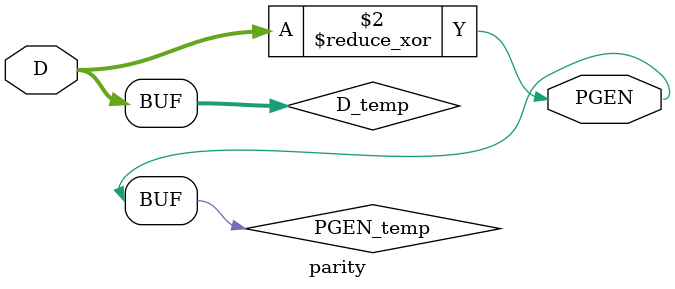
<source format=v>
module parity(D,PGEN);
  parameter N = 8;
  parameter DPFLAG = 1;
  parameter GROUP = "dpath1";
  parameter
        d_D = 0,
        d_PGEN_r = 1,
        d_PGEN_f = 1;
  input [(N - 1):0] D;
  output  PGEN;
  wire [(N - 1):0] D_temp;
  reg  PGEN_temp;
  assign #(d_D) D_temp = D;
  assign #(d_PGEN_r,d_PGEN_f) PGEN = PGEN_temp;
  always
    @(D_temp)
      begin
      PGEN_temp = ( ^ D_temp);
      end
endmodule

</source>
